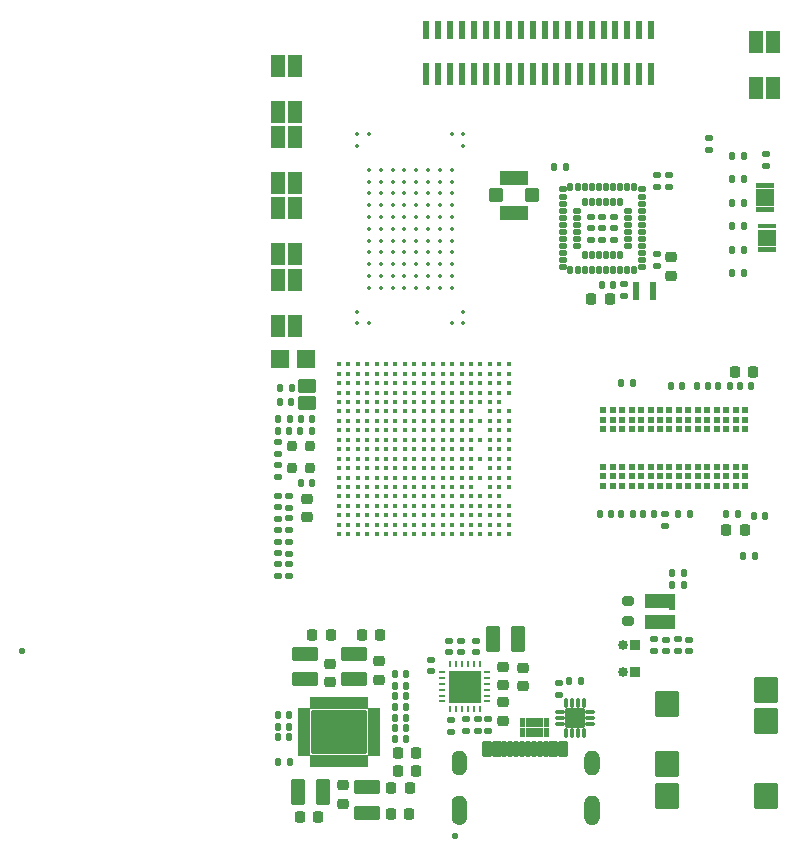
<source format=gbr>
%TF.GenerationSoftware,KiCad,Pcbnew,9.0.1*%
%TF.CreationDate,2025-07-01T18:44:37-06:00*%
%TF.ProjectId,MPU_MOD,4d50555f-4d4f-4442-9e6b-696361645f70,rev?*%
%TF.SameCoordinates,Original*%
%TF.FileFunction,Soldermask,Top*%
%TF.FilePolarity,Negative*%
%FSLAX46Y46*%
G04 Gerber Fmt 4.6, Leading zero omitted, Abs format (unit mm)*
G04 Created by KiCad (PCBNEW 9.0.1) date 2025-07-01 18:44:37*
%MOMM*%
%LPD*%
G01*
G04 APERTURE LIST*
G04 Aperture macros list*
%AMRoundRect*
0 Rectangle with rounded corners*
0 $1 Rounding radius*
0 $2 $3 $4 $5 $6 $7 $8 $9 X,Y pos of 4 corners*
0 Add a 4 corners polygon primitive as box body*
4,1,4,$2,$3,$4,$5,$6,$7,$8,$9,$2,$3,0*
0 Add four circle primitives for the rounded corners*
1,1,$1+$1,$2,$3*
1,1,$1+$1,$4,$5*
1,1,$1+$1,$6,$7*
1,1,$1+$1,$8,$9*
0 Add four rect primitives between the rounded corners*
20,1,$1+$1,$2,$3,$4,$5,0*
20,1,$1+$1,$4,$5,$6,$7,0*
20,1,$1+$1,$6,$7,$8,$9,0*
20,1,$1+$1,$8,$9,$2,$3,0*%
G04 Aperture macros list end*
%ADD10C,0.010000*%
%ADD11RoundRect,0.140000X0.140000X0.170000X-0.140000X0.170000X-0.140000X-0.170000X0.140000X-0.170000X0*%
%ADD12RoundRect,0.102000X-0.625000X0.500000X-0.625000X-0.500000X0.625000X-0.500000X0.625000X0.500000X0*%
%ADD13C,0.420000*%
%ADD14RoundRect,0.140000X0.170000X-0.140000X0.170000X0.140000X-0.170000X0.140000X-0.170000X-0.140000X0*%
%ADD15RoundRect,0.135000X0.135000X0.185000X-0.135000X0.185000X-0.135000X-0.185000X0.135000X-0.185000X0*%
%ADD16RoundRect,0.102000X-0.525000X0.825000X-0.525000X-0.825000X0.525000X-0.825000X0.525000X0.825000X0*%
%ADD17C,1.104000*%
%ADD18RoundRect,0.225000X0.225000X0.250000X-0.225000X0.250000X-0.225000X-0.250000X0.225000X-0.250000X0*%
%ADD19RoundRect,0.225000X-0.250000X0.225000X-0.250000X-0.225000X0.250000X-0.225000X0.250000X0.225000X0*%
%ADD20RoundRect,0.102000X-0.300000X-0.550000X0.300000X-0.550000X0.300000X0.550000X-0.300000X0.550000X0*%
%ADD21RoundRect,0.102000X-0.150000X-0.550000X0.150000X-0.550000X0.150000X0.550000X-0.150000X0.550000X0*%
%ADD22RoundRect,0.140000X-0.170000X0.140000X-0.170000X-0.140000X0.170000X-0.140000X0.170000X0.140000X0*%
%ADD23RoundRect,0.147500X-0.172500X0.147500X-0.172500X-0.147500X0.172500X-0.147500X0.172500X0.147500X0*%
%ADD24RoundRect,0.135000X-0.135000X-0.185000X0.135000X-0.185000X0.135000X0.185000X-0.135000X0.185000X0*%
%ADD25RoundRect,0.140000X-0.140000X-0.170000X0.140000X-0.170000X0.140000X0.170000X-0.140000X0.170000X0*%
%ADD26RoundRect,0.135000X-0.185000X0.135000X-0.185000X-0.135000X0.185000X-0.135000X0.185000X0.135000X0*%
%ADD27RoundRect,0.125000X-0.125000X-0.125000X0.125000X-0.125000X0.125000X0.125000X-0.125000X0.125000X0*%
%ADD28RoundRect,0.250000X0.850000X-0.375000X0.850000X0.375000X-0.850000X0.375000X-0.850000X-0.375000X0*%
%ADD29RoundRect,0.102000X-0.875000X-1.000000X0.875000X-1.000000X0.875000X1.000000X-0.875000X1.000000X0*%
%ADD30RoundRect,0.054250X0.162750X-0.467750X0.162750X0.467750X-0.162750X0.467750X-0.162750X-0.467750X0*%
%ADD31RoundRect,0.054250X0.467750X-0.162750X0.467750X0.162750X-0.467750X0.162750X-0.467750X-0.162750X0*%
%ADD32RoundRect,0.102000X2.250000X-1.750000X2.250000X1.750000X-2.250000X1.750000X-2.250000X-1.750000X0*%
%ADD33RoundRect,0.102000X0.302400X0.089300X-0.302400X0.089300X-0.302400X-0.089300X0.302400X-0.089300X0*%
%ADD34RoundRect,0.102000X0.089300X0.302400X-0.089300X0.302400X-0.089300X-0.302400X0.089300X-0.302400X0*%
%ADD35RoundRect,0.102000X0.723900X0.723900X-0.723900X0.723900X-0.723900X-0.723900X0.723900X-0.723900X0*%
%ADD36RoundRect,0.250000X-0.850000X0.375000X-0.850000X-0.375000X0.850000X-0.375000X0.850000X0.375000X0*%
%ADD37RoundRect,0.225000X-0.225000X-0.250000X0.225000X-0.250000X0.225000X0.250000X-0.225000X0.250000X0*%
%ADD38R,0.850000X0.850000*%
%ADD39C,0.850000*%
%ADD40RoundRect,0.076200X0.500000X-0.500000X0.500000X0.500000X-0.500000X0.500000X-0.500000X-0.500000X0*%
%ADD41RoundRect,0.076200X1.100000X-0.525000X1.100000X0.525000X-1.100000X0.525000X-1.100000X-0.525000X0*%
%ADD42RoundRect,0.225000X0.250000X-0.225000X0.250000X0.225000X-0.250000X0.225000X-0.250000X-0.225000X0*%
%ADD43RoundRect,0.250000X0.375000X0.850000X-0.375000X0.850000X-0.375000X-0.850000X0.375000X-0.850000X0*%
%ADD44R,0.600000X1.850000*%
%ADD45R,0.600000X1.650000*%
%ADD46RoundRect,0.135000X0.185000X-0.135000X0.185000X0.135000X-0.185000X0.135000X-0.185000X-0.135000X0*%
%ADD47RoundRect,0.102000X-0.700000X-0.700000X0.700000X-0.700000X0.700000X0.700000X-0.700000X0.700000X0*%
%ADD48RoundRect,0.125000X-0.125000X0.125000X-0.125000X-0.125000X0.125000X-0.125000X0.125000X0.125000X0*%
%ADD49RoundRect,0.250000X-0.375000X-0.850000X0.375000X-0.850000X0.375000X0.850000X-0.375000X0.850000X0*%
%ADD50RoundRect,0.102000X0.525000X-0.825000X0.525000X0.825000X-0.525000X0.825000X-0.525000X-0.825000X0*%
%ADD51RoundRect,0.137500X0.137500X0.662500X-0.137500X0.662500X-0.137500X-0.662500X0.137500X-0.662500X0*%
%ADD52RoundRect,0.102000X0.225000X-0.150000X0.225000X0.150000X-0.225000X0.150000X-0.225000X-0.150000X0*%
%ADD53RoundRect,0.102000X0.150000X-0.225000X0.150000X0.225000X-0.150000X0.225000X-0.150000X-0.225000X0*%
%ADD54RoundRect,0.218750X0.256250X-0.218750X0.256250X0.218750X-0.256250X0.218750X-0.256250X-0.218750X0*%
%ADD55RoundRect,0.200000X-0.200000X-0.250000X0.200000X-0.250000X0.200000X0.250000X-0.200000X0.250000X0*%
%ADD56RoundRect,0.147500X0.172500X-0.147500X0.172500X0.147500X-0.172500X0.147500X-0.172500X-0.147500X0*%
%ADD57C,0.620000*%
%ADD58RoundRect,0.200000X0.275000X-0.200000X0.275000X0.200000X-0.275000X0.200000X-0.275000X-0.200000X0*%
%ADD59RoundRect,0.016240X-0.215760X0.665760X-0.215760X-0.665760X0.215760X-0.665760X0.215760X0.665760X0*%
%ADD60RoundRect,0.016240X-0.215760X0.590760X-0.215760X-0.590760X0.215760X-0.590760X0.215760X0.590760X0*%
%ADD61O,0.599999X0.240000*%
%ADD62O,0.240000X0.599999*%
%ADD63R,2.700000X2.700000*%
%ADD64C,0.499999*%
%ADD65C,0.355600*%
G04 APERTURE END LIST*
D10*
%TO.C,J3*%
X84661000Y-94401000D02*
X84693000Y-94403000D01*
X84724000Y-94407000D01*
X84755000Y-94413000D01*
X84785000Y-94420000D01*
X84815000Y-94429000D01*
X84845000Y-94440000D01*
X84874000Y-94452000D01*
X84902000Y-94465000D01*
X84930000Y-94480000D01*
X84957000Y-94497000D01*
X84983000Y-94515000D01*
X85008000Y-94534000D01*
X85031000Y-94554000D01*
X85054000Y-94576000D01*
X85076000Y-94599000D01*
X85096000Y-94622000D01*
X85115000Y-94647000D01*
X85133000Y-94673000D01*
X85150000Y-94700000D01*
X85165000Y-94728000D01*
X85178000Y-94756000D01*
X85190000Y-94785000D01*
X85201000Y-94815000D01*
X85210000Y-94845000D01*
X85217000Y-94875000D01*
X85223000Y-94906000D01*
X85227000Y-94937000D01*
X85229000Y-94969000D01*
X85230000Y-95000000D01*
X85230000Y-95800000D01*
X85229000Y-95831000D01*
X85227000Y-95863000D01*
X85223000Y-95894000D01*
X85217000Y-95925000D01*
X85210000Y-95955000D01*
X85201000Y-95985000D01*
X85190000Y-96015000D01*
X85178000Y-96044000D01*
X85165000Y-96072000D01*
X85150000Y-96100000D01*
X85133000Y-96127000D01*
X85115000Y-96153000D01*
X85096000Y-96178000D01*
X85076000Y-96201000D01*
X85054000Y-96224000D01*
X85031000Y-96246000D01*
X85008000Y-96266000D01*
X84983000Y-96285000D01*
X84957000Y-96303000D01*
X84930000Y-96320000D01*
X84902000Y-96335000D01*
X84874000Y-96348000D01*
X84845000Y-96360000D01*
X84815000Y-96371000D01*
X84785000Y-96380000D01*
X84755000Y-96387000D01*
X84724000Y-96393000D01*
X84693000Y-96397000D01*
X84661000Y-96399000D01*
X84630000Y-96400000D01*
X84599000Y-96399000D01*
X84567000Y-96397000D01*
X84536000Y-96393000D01*
X84505000Y-96387000D01*
X84475000Y-96380000D01*
X84445000Y-96371000D01*
X84415000Y-96360000D01*
X84386000Y-96348000D01*
X84358000Y-96335000D01*
X84330000Y-96320000D01*
X84303000Y-96303000D01*
X84277000Y-96285000D01*
X84252000Y-96266000D01*
X84229000Y-96246000D01*
X84206000Y-96224000D01*
X84184000Y-96201000D01*
X84164000Y-96178000D01*
X84145000Y-96153000D01*
X84127000Y-96127000D01*
X84110000Y-96100000D01*
X84095000Y-96072000D01*
X84082000Y-96044000D01*
X84070000Y-96015000D01*
X84059000Y-95985000D01*
X84050000Y-95955000D01*
X84043000Y-95925000D01*
X84037000Y-95894000D01*
X84033000Y-95863000D01*
X84031000Y-95831000D01*
X84030000Y-95800000D01*
X84030000Y-95000000D01*
X84031000Y-94969000D01*
X84033000Y-94937000D01*
X84037000Y-94906000D01*
X84043000Y-94875000D01*
X84050000Y-94845000D01*
X84059000Y-94815000D01*
X84070000Y-94785000D01*
X84082000Y-94756000D01*
X84095000Y-94728000D01*
X84110000Y-94700000D01*
X84127000Y-94673000D01*
X84145000Y-94647000D01*
X84164000Y-94622000D01*
X84184000Y-94599000D01*
X84206000Y-94576000D01*
X84229000Y-94554000D01*
X84252000Y-94534000D01*
X84277000Y-94515000D01*
X84303000Y-94497000D01*
X84330000Y-94480000D01*
X84358000Y-94465000D01*
X84386000Y-94452000D01*
X84415000Y-94440000D01*
X84445000Y-94429000D01*
X84475000Y-94420000D01*
X84505000Y-94413000D01*
X84536000Y-94407000D01*
X84567000Y-94403000D01*
X84599000Y-94401000D01*
X84630000Y-94400000D01*
X84661000Y-94401000D01*
G36*
X84661000Y-94401000D02*
G01*
X84693000Y-94403000D01*
X84724000Y-94407000D01*
X84755000Y-94413000D01*
X84785000Y-94420000D01*
X84815000Y-94429000D01*
X84845000Y-94440000D01*
X84874000Y-94452000D01*
X84902000Y-94465000D01*
X84930000Y-94480000D01*
X84957000Y-94497000D01*
X84983000Y-94515000D01*
X85008000Y-94534000D01*
X85031000Y-94554000D01*
X85054000Y-94576000D01*
X85076000Y-94599000D01*
X85096000Y-94622000D01*
X85115000Y-94647000D01*
X85133000Y-94673000D01*
X85150000Y-94700000D01*
X85165000Y-94728000D01*
X85178000Y-94756000D01*
X85190000Y-94785000D01*
X85201000Y-94815000D01*
X85210000Y-94845000D01*
X85217000Y-94875000D01*
X85223000Y-94906000D01*
X85227000Y-94937000D01*
X85229000Y-94969000D01*
X85230000Y-95000000D01*
X85230000Y-95800000D01*
X85229000Y-95831000D01*
X85227000Y-95863000D01*
X85223000Y-95894000D01*
X85217000Y-95925000D01*
X85210000Y-95955000D01*
X85201000Y-95985000D01*
X85190000Y-96015000D01*
X85178000Y-96044000D01*
X85165000Y-96072000D01*
X85150000Y-96100000D01*
X85133000Y-96127000D01*
X85115000Y-96153000D01*
X85096000Y-96178000D01*
X85076000Y-96201000D01*
X85054000Y-96224000D01*
X85031000Y-96246000D01*
X85008000Y-96266000D01*
X84983000Y-96285000D01*
X84957000Y-96303000D01*
X84930000Y-96320000D01*
X84902000Y-96335000D01*
X84874000Y-96348000D01*
X84845000Y-96360000D01*
X84815000Y-96371000D01*
X84785000Y-96380000D01*
X84755000Y-96387000D01*
X84724000Y-96393000D01*
X84693000Y-96397000D01*
X84661000Y-96399000D01*
X84630000Y-96400000D01*
X84599000Y-96399000D01*
X84567000Y-96397000D01*
X84536000Y-96393000D01*
X84505000Y-96387000D01*
X84475000Y-96380000D01*
X84445000Y-96371000D01*
X84415000Y-96360000D01*
X84386000Y-96348000D01*
X84358000Y-96335000D01*
X84330000Y-96320000D01*
X84303000Y-96303000D01*
X84277000Y-96285000D01*
X84252000Y-96266000D01*
X84229000Y-96246000D01*
X84206000Y-96224000D01*
X84184000Y-96201000D01*
X84164000Y-96178000D01*
X84145000Y-96153000D01*
X84127000Y-96127000D01*
X84110000Y-96100000D01*
X84095000Y-96072000D01*
X84082000Y-96044000D01*
X84070000Y-96015000D01*
X84059000Y-95985000D01*
X84050000Y-95955000D01*
X84043000Y-95925000D01*
X84037000Y-95894000D01*
X84033000Y-95863000D01*
X84031000Y-95831000D01*
X84030000Y-95800000D01*
X84030000Y-95000000D01*
X84031000Y-94969000D01*
X84033000Y-94937000D01*
X84037000Y-94906000D01*
X84043000Y-94875000D01*
X84050000Y-94845000D01*
X84059000Y-94815000D01*
X84070000Y-94785000D01*
X84082000Y-94756000D01*
X84095000Y-94728000D01*
X84110000Y-94700000D01*
X84127000Y-94673000D01*
X84145000Y-94647000D01*
X84164000Y-94622000D01*
X84184000Y-94599000D01*
X84206000Y-94576000D01*
X84229000Y-94554000D01*
X84252000Y-94534000D01*
X84277000Y-94515000D01*
X84303000Y-94497000D01*
X84330000Y-94480000D01*
X84358000Y-94465000D01*
X84386000Y-94452000D01*
X84415000Y-94440000D01*
X84445000Y-94429000D01*
X84475000Y-94420000D01*
X84505000Y-94413000D01*
X84536000Y-94407000D01*
X84567000Y-94403000D01*
X84599000Y-94401000D01*
X84630000Y-94400000D01*
X84661000Y-94401000D01*
G37*
X84661000Y-98201000D02*
X84693000Y-98203000D01*
X84724000Y-98207000D01*
X84755000Y-98213000D01*
X84785000Y-98220000D01*
X84815000Y-98229000D01*
X84845000Y-98240000D01*
X84874000Y-98252000D01*
X84902000Y-98265000D01*
X84930000Y-98280000D01*
X84957000Y-98297000D01*
X84983000Y-98315000D01*
X85008000Y-98334000D01*
X85031000Y-98354000D01*
X85054000Y-98376000D01*
X85076000Y-98399000D01*
X85096000Y-98422000D01*
X85115000Y-98447000D01*
X85133000Y-98473000D01*
X85150000Y-98500000D01*
X85165000Y-98528000D01*
X85178000Y-98556000D01*
X85190000Y-98585000D01*
X85201000Y-98615000D01*
X85210000Y-98645000D01*
X85217000Y-98675000D01*
X85223000Y-98706000D01*
X85227000Y-98737000D01*
X85229000Y-98769000D01*
X85230000Y-98800000D01*
X85230000Y-100000000D01*
X85229000Y-100031000D01*
X85227000Y-100063000D01*
X85223000Y-100094000D01*
X85217000Y-100125000D01*
X85210000Y-100155000D01*
X85201000Y-100185000D01*
X85190000Y-100215000D01*
X85178000Y-100244000D01*
X85165000Y-100272000D01*
X85150000Y-100300000D01*
X85133000Y-100327000D01*
X85115000Y-100353000D01*
X85096000Y-100378000D01*
X85076000Y-100401000D01*
X85054000Y-100424000D01*
X85031000Y-100446000D01*
X85008000Y-100466000D01*
X84983000Y-100485000D01*
X84957000Y-100503000D01*
X84930000Y-100520000D01*
X84902000Y-100535000D01*
X84874000Y-100548000D01*
X84845000Y-100560000D01*
X84815000Y-100571000D01*
X84785000Y-100580000D01*
X84755000Y-100587000D01*
X84724000Y-100593000D01*
X84693000Y-100597000D01*
X84661000Y-100599000D01*
X84630000Y-100600000D01*
X84599000Y-100599000D01*
X84567000Y-100597000D01*
X84536000Y-100593000D01*
X84505000Y-100587000D01*
X84475000Y-100580000D01*
X84445000Y-100571000D01*
X84415000Y-100560000D01*
X84386000Y-100548000D01*
X84358000Y-100535000D01*
X84330000Y-100520000D01*
X84303000Y-100503000D01*
X84277000Y-100485000D01*
X84252000Y-100466000D01*
X84229000Y-100446000D01*
X84206000Y-100424000D01*
X84184000Y-100401000D01*
X84164000Y-100378000D01*
X84145000Y-100353000D01*
X84127000Y-100327000D01*
X84110000Y-100300000D01*
X84095000Y-100272000D01*
X84082000Y-100244000D01*
X84070000Y-100215000D01*
X84059000Y-100185000D01*
X84050000Y-100155000D01*
X84043000Y-100125000D01*
X84037000Y-100094000D01*
X84033000Y-100063000D01*
X84031000Y-100031000D01*
X84030000Y-100000000D01*
X84030000Y-98800000D01*
X84031000Y-98769000D01*
X84033000Y-98737000D01*
X84037000Y-98706000D01*
X84043000Y-98675000D01*
X84050000Y-98645000D01*
X84059000Y-98615000D01*
X84070000Y-98585000D01*
X84082000Y-98556000D01*
X84095000Y-98528000D01*
X84110000Y-98500000D01*
X84127000Y-98473000D01*
X84145000Y-98447000D01*
X84164000Y-98422000D01*
X84184000Y-98399000D01*
X84206000Y-98376000D01*
X84229000Y-98354000D01*
X84252000Y-98334000D01*
X84277000Y-98315000D01*
X84303000Y-98297000D01*
X84330000Y-98280000D01*
X84358000Y-98265000D01*
X84386000Y-98252000D01*
X84415000Y-98240000D01*
X84445000Y-98229000D01*
X84475000Y-98220000D01*
X84505000Y-98213000D01*
X84536000Y-98207000D01*
X84567000Y-98203000D01*
X84599000Y-98201000D01*
X84630000Y-98200000D01*
X84661000Y-98201000D01*
G36*
X84661000Y-98201000D02*
G01*
X84693000Y-98203000D01*
X84724000Y-98207000D01*
X84755000Y-98213000D01*
X84785000Y-98220000D01*
X84815000Y-98229000D01*
X84845000Y-98240000D01*
X84874000Y-98252000D01*
X84902000Y-98265000D01*
X84930000Y-98280000D01*
X84957000Y-98297000D01*
X84983000Y-98315000D01*
X85008000Y-98334000D01*
X85031000Y-98354000D01*
X85054000Y-98376000D01*
X85076000Y-98399000D01*
X85096000Y-98422000D01*
X85115000Y-98447000D01*
X85133000Y-98473000D01*
X85150000Y-98500000D01*
X85165000Y-98528000D01*
X85178000Y-98556000D01*
X85190000Y-98585000D01*
X85201000Y-98615000D01*
X85210000Y-98645000D01*
X85217000Y-98675000D01*
X85223000Y-98706000D01*
X85227000Y-98737000D01*
X85229000Y-98769000D01*
X85230000Y-98800000D01*
X85230000Y-100000000D01*
X85229000Y-100031000D01*
X85227000Y-100063000D01*
X85223000Y-100094000D01*
X85217000Y-100125000D01*
X85210000Y-100155000D01*
X85201000Y-100185000D01*
X85190000Y-100215000D01*
X85178000Y-100244000D01*
X85165000Y-100272000D01*
X85150000Y-100300000D01*
X85133000Y-100327000D01*
X85115000Y-100353000D01*
X85096000Y-100378000D01*
X85076000Y-100401000D01*
X85054000Y-100424000D01*
X85031000Y-100446000D01*
X85008000Y-100466000D01*
X84983000Y-100485000D01*
X84957000Y-100503000D01*
X84930000Y-100520000D01*
X84902000Y-100535000D01*
X84874000Y-100548000D01*
X84845000Y-100560000D01*
X84815000Y-100571000D01*
X84785000Y-100580000D01*
X84755000Y-100587000D01*
X84724000Y-100593000D01*
X84693000Y-100597000D01*
X84661000Y-100599000D01*
X84630000Y-100600000D01*
X84599000Y-100599000D01*
X84567000Y-100597000D01*
X84536000Y-100593000D01*
X84505000Y-100587000D01*
X84475000Y-100580000D01*
X84445000Y-100571000D01*
X84415000Y-100560000D01*
X84386000Y-100548000D01*
X84358000Y-100535000D01*
X84330000Y-100520000D01*
X84303000Y-100503000D01*
X84277000Y-100485000D01*
X84252000Y-100466000D01*
X84229000Y-100446000D01*
X84206000Y-100424000D01*
X84184000Y-100401000D01*
X84164000Y-100378000D01*
X84145000Y-100353000D01*
X84127000Y-100327000D01*
X84110000Y-100300000D01*
X84095000Y-100272000D01*
X84082000Y-100244000D01*
X84070000Y-100215000D01*
X84059000Y-100185000D01*
X84050000Y-100155000D01*
X84043000Y-100125000D01*
X84037000Y-100094000D01*
X84033000Y-100063000D01*
X84031000Y-100031000D01*
X84030000Y-100000000D01*
X84030000Y-98800000D01*
X84031000Y-98769000D01*
X84033000Y-98737000D01*
X84037000Y-98706000D01*
X84043000Y-98675000D01*
X84050000Y-98645000D01*
X84059000Y-98615000D01*
X84070000Y-98585000D01*
X84082000Y-98556000D01*
X84095000Y-98528000D01*
X84110000Y-98500000D01*
X84127000Y-98473000D01*
X84145000Y-98447000D01*
X84164000Y-98422000D01*
X84184000Y-98399000D01*
X84206000Y-98376000D01*
X84229000Y-98354000D01*
X84252000Y-98334000D01*
X84277000Y-98315000D01*
X84303000Y-98297000D01*
X84330000Y-98280000D01*
X84358000Y-98265000D01*
X84386000Y-98252000D01*
X84415000Y-98240000D01*
X84445000Y-98229000D01*
X84475000Y-98220000D01*
X84505000Y-98213000D01*
X84536000Y-98207000D01*
X84567000Y-98203000D01*
X84599000Y-98201000D01*
X84630000Y-98200000D01*
X84661000Y-98201000D01*
G37*
X95901000Y-94401000D02*
X95933000Y-94403000D01*
X95964000Y-94407000D01*
X95995000Y-94413000D01*
X96025000Y-94420000D01*
X96055000Y-94429000D01*
X96085000Y-94440000D01*
X96114000Y-94452000D01*
X96142000Y-94465000D01*
X96170000Y-94480000D01*
X96197000Y-94497000D01*
X96223000Y-94515000D01*
X96248000Y-94534000D01*
X96271000Y-94554000D01*
X96294000Y-94576000D01*
X96316000Y-94599000D01*
X96336000Y-94622000D01*
X96355000Y-94647000D01*
X96373000Y-94673000D01*
X96390000Y-94700000D01*
X96405000Y-94728000D01*
X96418000Y-94756000D01*
X96430000Y-94785000D01*
X96441000Y-94815000D01*
X96450000Y-94845000D01*
X96457000Y-94875000D01*
X96463000Y-94906000D01*
X96467000Y-94937000D01*
X96469000Y-94969000D01*
X96470000Y-95000000D01*
X96470000Y-95800000D01*
X96469000Y-95831000D01*
X96467000Y-95863000D01*
X96463000Y-95894000D01*
X96457000Y-95925000D01*
X96450000Y-95955000D01*
X96441000Y-95985000D01*
X96430000Y-96015000D01*
X96418000Y-96044000D01*
X96405000Y-96072000D01*
X96390000Y-96100000D01*
X96373000Y-96127000D01*
X96355000Y-96153000D01*
X96336000Y-96178000D01*
X96316000Y-96201000D01*
X96294000Y-96224000D01*
X96271000Y-96246000D01*
X96248000Y-96266000D01*
X96223000Y-96285000D01*
X96197000Y-96303000D01*
X96170000Y-96320000D01*
X96142000Y-96335000D01*
X96114000Y-96348000D01*
X96085000Y-96360000D01*
X96055000Y-96371000D01*
X96025000Y-96380000D01*
X95995000Y-96387000D01*
X95964000Y-96393000D01*
X95933000Y-96397000D01*
X95901000Y-96399000D01*
X95870000Y-96400000D01*
X95839000Y-96399000D01*
X95807000Y-96397000D01*
X95776000Y-96393000D01*
X95745000Y-96387000D01*
X95715000Y-96380000D01*
X95685000Y-96371000D01*
X95655000Y-96360000D01*
X95626000Y-96348000D01*
X95598000Y-96335000D01*
X95570000Y-96320000D01*
X95543000Y-96303000D01*
X95517000Y-96285000D01*
X95492000Y-96266000D01*
X95469000Y-96246000D01*
X95446000Y-96224000D01*
X95424000Y-96201000D01*
X95404000Y-96178000D01*
X95385000Y-96153000D01*
X95367000Y-96127000D01*
X95350000Y-96100000D01*
X95335000Y-96072000D01*
X95322000Y-96044000D01*
X95310000Y-96015000D01*
X95299000Y-95985000D01*
X95290000Y-95955000D01*
X95283000Y-95925000D01*
X95277000Y-95894000D01*
X95273000Y-95863000D01*
X95271000Y-95831000D01*
X95270000Y-95800000D01*
X95270000Y-95000000D01*
X95271000Y-94969000D01*
X95273000Y-94937000D01*
X95277000Y-94906000D01*
X95283000Y-94875000D01*
X95290000Y-94845000D01*
X95299000Y-94815000D01*
X95310000Y-94785000D01*
X95322000Y-94756000D01*
X95335000Y-94728000D01*
X95350000Y-94700000D01*
X95367000Y-94673000D01*
X95385000Y-94647000D01*
X95404000Y-94622000D01*
X95424000Y-94599000D01*
X95446000Y-94576000D01*
X95469000Y-94554000D01*
X95492000Y-94534000D01*
X95517000Y-94515000D01*
X95543000Y-94497000D01*
X95570000Y-94480000D01*
X95598000Y-94465000D01*
X95626000Y-94452000D01*
X95655000Y-94440000D01*
X95685000Y-94429000D01*
X95715000Y-94420000D01*
X95745000Y-94413000D01*
X95776000Y-94407000D01*
X95807000Y-94403000D01*
X95839000Y-94401000D01*
X95870000Y-94400000D01*
X95901000Y-94401000D01*
G36*
X95901000Y-94401000D02*
G01*
X95933000Y-94403000D01*
X95964000Y-94407000D01*
X95995000Y-94413000D01*
X96025000Y-94420000D01*
X96055000Y-94429000D01*
X96085000Y-94440000D01*
X96114000Y-94452000D01*
X96142000Y-94465000D01*
X96170000Y-94480000D01*
X96197000Y-94497000D01*
X96223000Y-94515000D01*
X96248000Y-94534000D01*
X96271000Y-94554000D01*
X96294000Y-94576000D01*
X96316000Y-94599000D01*
X96336000Y-94622000D01*
X96355000Y-94647000D01*
X96373000Y-94673000D01*
X96390000Y-94700000D01*
X96405000Y-94728000D01*
X96418000Y-94756000D01*
X96430000Y-94785000D01*
X96441000Y-94815000D01*
X96450000Y-94845000D01*
X96457000Y-94875000D01*
X96463000Y-94906000D01*
X96467000Y-94937000D01*
X96469000Y-94969000D01*
X96470000Y-95000000D01*
X96470000Y-95800000D01*
X96469000Y-95831000D01*
X96467000Y-95863000D01*
X96463000Y-95894000D01*
X96457000Y-95925000D01*
X96450000Y-95955000D01*
X96441000Y-95985000D01*
X96430000Y-96015000D01*
X96418000Y-96044000D01*
X96405000Y-96072000D01*
X96390000Y-96100000D01*
X96373000Y-96127000D01*
X96355000Y-96153000D01*
X96336000Y-96178000D01*
X96316000Y-96201000D01*
X96294000Y-96224000D01*
X96271000Y-96246000D01*
X96248000Y-96266000D01*
X96223000Y-96285000D01*
X96197000Y-96303000D01*
X96170000Y-96320000D01*
X96142000Y-96335000D01*
X96114000Y-96348000D01*
X96085000Y-96360000D01*
X96055000Y-96371000D01*
X96025000Y-96380000D01*
X95995000Y-96387000D01*
X95964000Y-96393000D01*
X95933000Y-96397000D01*
X95901000Y-96399000D01*
X95870000Y-96400000D01*
X95839000Y-96399000D01*
X95807000Y-96397000D01*
X95776000Y-96393000D01*
X95745000Y-96387000D01*
X95715000Y-96380000D01*
X95685000Y-96371000D01*
X95655000Y-96360000D01*
X95626000Y-96348000D01*
X95598000Y-96335000D01*
X95570000Y-96320000D01*
X95543000Y-96303000D01*
X95517000Y-96285000D01*
X95492000Y-96266000D01*
X95469000Y-96246000D01*
X95446000Y-96224000D01*
X95424000Y-96201000D01*
X95404000Y-96178000D01*
X95385000Y-96153000D01*
X95367000Y-96127000D01*
X95350000Y-96100000D01*
X95335000Y-96072000D01*
X95322000Y-96044000D01*
X95310000Y-96015000D01*
X95299000Y-95985000D01*
X95290000Y-95955000D01*
X95283000Y-95925000D01*
X95277000Y-95894000D01*
X95273000Y-95863000D01*
X95271000Y-95831000D01*
X95270000Y-95800000D01*
X95270000Y-95000000D01*
X95271000Y-94969000D01*
X95273000Y-94937000D01*
X95277000Y-94906000D01*
X95283000Y-94875000D01*
X95290000Y-94845000D01*
X95299000Y-94815000D01*
X95310000Y-94785000D01*
X95322000Y-94756000D01*
X95335000Y-94728000D01*
X95350000Y-94700000D01*
X95367000Y-94673000D01*
X95385000Y-94647000D01*
X95404000Y-94622000D01*
X95424000Y-94599000D01*
X95446000Y-94576000D01*
X95469000Y-94554000D01*
X95492000Y-94534000D01*
X95517000Y-94515000D01*
X95543000Y-94497000D01*
X95570000Y-94480000D01*
X95598000Y-94465000D01*
X95626000Y-94452000D01*
X95655000Y-94440000D01*
X95685000Y-94429000D01*
X95715000Y-94420000D01*
X95745000Y-94413000D01*
X95776000Y-94407000D01*
X95807000Y-94403000D01*
X95839000Y-94401000D01*
X95870000Y-94400000D01*
X95901000Y-94401000D01*
G37*
X95901000Y-98201000D02*
X95933000Y-98203000D01*
X95964000Y-98207000D01*
X95995000Y-98213000D01*
X96025000Y-98220000D01*
X96055000Y-98229000D01*
X96085000Y-98240000D01*
X96114000Y-98252000D01*
X96142000Y-98265000D01*
X96170000Y-98280000D01*
X96197000Y-98297000D01*
X96223000Y-98315000D01*
X96248000Y-98334000D01*
X96271000Y-98354000D01*
X96294000Y-98376000D01*
X96316000Y-98399000D01*
X96336000Y-98422000D01*
X96355000Y-98447000D01*
X96373000Y-98473000D01*
X96390000Y-98500000D01*
X96405000Y-98528000D01*
X96418000Y-98556000D01*
X96430000Y-98585000D01*
X96441000Y-98615000D01*
X96450000Y-98645000D01*
X96457000Y-98675000D01*
X96463000Y-98706000D01*
X96467000Y-98737000D01*
X96469000Y-98769000D01*
X96470000Y-98800000D01*
X96470000Y-99400000D01*
X96470000Y-100000000D01*
X96469000Y-100031000D01*
X96467000Y-100063000D01*
X96463000Y-100094000D01*
X96457000Y-100125000D01*
X96450000Y-100155000D01*
X96441000Y-100185000D01*
X96430000Y-100215000D01*
X96418000Y-100244000D01*
X96405000Y-100272000D01*
X96390000Y-100300000D01*
X96373000Y-100327000D01*
X96355000Y-100353000D01*
X96336000Y-100378000D01*
X96316000Y-100401000D01*
X96294000Y-100424000D01*
X96271000Y-100446000D01*
X96248000Y-100466000D01*
X96223000Y-100485000D01*
X96197000Y-100503000D01*
X96170000Y-100520000D01*
X96142000Y-100535000D01*
X96114000Y-100548000D01*
X96085000Y-100560000D01*
X96055000Y-100571000D01*
X96025000Y-100580000D01*
X95995000Y-100587000D01*
X95964000Y-100593000D01*
X95933000Y-100597000D01*
X95901000Y-100599000D01*
X95870000Y-100600000D01*
X95839000Y-100599000D01*
X95807000Y-100597000D01*
X95776000Y-100593000D01*
X95745000Y-100587000D01*
X95715000Y-100580000D01*
X95685000Y-100571000D01*
X95655000Y-100560000D01*
X95626000Y-100548000D01*
X95598000Y-100535000D01*
X95570000Y-100520000D01*
X95543000Y-100503000D01*
X95517000Y-100485000D01*
X95492000Y-100466000D01*
X95469000Y-100446000D01*
X95446000Y-100424000D01*
X95424000Y-100401000D01*
X95404000Y-100378000D01*
X95385000Y-100353000D01*
X95367000Y-100327000D01*
X95350000Y-100300000D01*
X95335000Y-100272000D01*
X95322000Y-100244000D01*
X95310000Y-100215000D01*
X95299000Y-100185000D01*
X95290000Y-100155000D01*
X95283000Y-100125000D01*
X95277000Y-100094000D01*
X95273000Y-100063000D01*
X95271000Y-100031000D01*
X95270000Y-100000000D01*
X95270000Y-99400000D01*
X95270000Y-98800000D01*
X95271000Y-98769000D01*
X95273000Y-98737000D01*
X95277000Y-98706000D01*
X95283000Y-98675000D01*
X95290000Y-98645000D01*
X95299000Y-98615000D01*
X95310000Y-98585000D01*
X95322000Y-98556000D01*
X95335000Y-98528000D01*
X95350000Y-98500000D01*
X95367000Y-98473000D01*
X95385000Y-98447000D01*
X95404000Y-98422000D01*
X95424000Y-98399000D01*
X95446000Y-98376000D01*
X95469000Y-98354000D01*
X95492000Y-98334000D01*
X95517000Y-98315000D01*
X95543000Y-98297000D01*
X95570000Y-98280000D01*
X95598000Y-98265000D01*
X95626000Y-98252000D01*
X95655000Y-98240000D01*
X95685000Y-98229000D01*
X95715000Y-98220000D01*
X95745000Y-98213000D01*
X95776000Y-98207000D01*
X95807000Y-98203000D01*
X95839000Y-98201000D01*
X95870000Y-98200000D01*
X95901000Y-98201000D01*
G36*
X95901000Y-98201000D02*
G01*
X95933000Y-98203000D01*
X95964000Y-98207000D01*
X95995000Y-98213000D01*
X96025000Y-98220000D01*
X96055000Y-98229000D01*
X96085000Y-98240000D01*
X96114000Y-98252000D01*
X96142000Y-98265000D01*
X96170000Y-98280000D01*
X96197000Y-98297000D01*
X96223000Y-98315000D01*
X96248000Y-98334000D01*
X96271000Y-98354000D01*
X96294000Y-98376000D01*
X96316000Y-98399000D01*
X96336000Y-98422000D01*
X96355000Y-98447000D01*
X96373000Y-98473000D01*
X96390000Y-98500000D01*
X96405000Y-98528000D01*
X96418000Y-98556000D01*
X96430000Y-98585000D01*
X96441000Y-98615000D01*
X96450000Y-98645000D01*
X96457000Y-98675000D01*
X96463000Y-98706000D01*
X96467000Y-98737000D01*
X96469000Y-98769000D01*
X96470000Y-98800000D01*
X96470000Y-99400000D01*
X96470000Y-100000000D01*
X96469000Y-100031000D01*
X96467000Y-100063000D01*
X96463000Y-100094000D01*
X96457000Y-100125000D01*
X96450000Y-100155000D01*
X96441000Y-100185000D01*
X96430000Y-100215000D01*
X96418000Y-100244000D01*
X96405000Y-100272000D01*
X96390000Y-100300000D01*
X96373000Y-100327000D01*
X96355000Y-100353000D01*
X96336000Y-100378000D01*
X96316000Y-100401000D01*
X96294000Y-100424000D01*
X96271000Y-100446000D01*
X96248000Y-100466000D01*
X96223000Y-100485000D01*
X96197000Y-100503000D01*
X96170000Y-100520000D01*
X96142000Y-100535000D01*
X96114000Y-100548000D01*
X96085000Y-100560000D01*
X96055000Y-100571000D01*
X96025000Y-100580000D01*
X95995000Y-100587000D01*
X95964000Y-100593000D01*
X95933000Y-100597000D01*
X95901000Y-100599000D01*
X95870000Y-100600000D01*
X95839000Y-100599000D01*
X95807000Y-100597000D01*
X95776000Y-100593000D01*
X95745000Y-100587000D01*
X95715000Y-100580000D01*
X95685000Y-100571000D01*
X95655000Y-100560000D01*
X95626000Y-100548000D01*
X95598000Y-100535000D01*
X95570000Y-100520000D01*
X95543000Y-100503000D01*
X95517000Y-100485000D01*
X95492000Y-100466000D01*
X95469000Y-100446000D01*
X95446000Y-100424000D01*
X95424000Y-100401000D01*
X95404000Y-100378000D01*
X95385000Y-100353000D01*
X95367000Y-100327000D01*
X95350000Y-100300000D01*
X95335000Y-100272000D01*
X95322000Y-100244000D01*
X95310000Y-100215000D01*
X95299000Y-100185000D01*
X95290000Y-100155000D01*
X95283000Y-100125000D01*
X95277000Y-100094000D01*
X95273000Y-100063000D01*
X95271000Y-100031000D01*
X95270000Y-100000000D01*
X95270000Y-99400000D01*
X95270000Y-98800000D01*
X95271000Y-98769000D01*
X95273000Y-98737000D01*
X95277000Y-98706000D01*
X95283000Y-98675000D01*
X95290000Y-98645000D01*
X95299000Y-98615000D01*
X95310000Y-98585000D01*
X95322000Y-98556000D01*
X95335000Y-98528000D01*
X95350000Y-98500000D01*
X95367000Y-98473000D01*
X95385000Y-98447000D01*
X95404000Y-98422000D01*
X95424000Y-98399000D01*
X95446000Y-98376000D01*
X95469000Y-98354000D01*
X95492000Y-98334000D01*
X95517000Y-98315000D01*
X95543000Y-98297000D01*
X95570000Y-98280000D01*
X95598000Y-98265000D01*
X95626000Y-98252000D01*
X95655000Y-98240000D01*
X95685000Y-98229000D01*
X95715000Y-98220000D01*
X95745000Y-98213000D01*
X95776000Y-98207000D01*
X95807000Y-98203000D01*
X95839000Y-98201000D01*
X95870000Y-98200000D01*
X95901000Y-98201000D01*
G37*
%TO.C,U502*%
X110440000Y-46675900D02*
X109760000Y-46675900D01*
X109760000Y-46375900D01*
X110440000Y-46375900D01*
X110440000Y-46675900D01*
G36*
X110440000Y-46675900D02*
G01*
X109760000Y-46675900D01*
X109760000Y-46375900D01*
X110440000Y-46375900D01*
X110440000Y-46675900D01*
G37*
X110440000Y-47175900D02*
X109760000Y-47175900D01*
X109760000Y-46875900D01*
X110440000Y-46875900D01*
X110440000Y-47175900D01*
G36*
X110440000Y-47175900D02*
G01*
X109760000Y-47175900D01*
X109760000Y-46875900D01*
X110440000Y-46875900D01*
X110440000Y-47175900D01*
G37*
X110440000Y-47775900D02*
X109760000Y-47775900D01*
X109760000Y-47275900D01*
X110440000Y-47275900D01*
X110440000Y-47775900D01*
G36*
X110440000Y-47775900D02*
G01*
X109760000Y-47775900D01*
X109760000Y-47275900D01*
X110440000Y-47275900D01*
X110440000Y-47775900D01*
G37*
X110440000Y-48175900D02*
X109760000Y-48175900D01*
X109760000Y-47875900D01*
X110440000Y-47875900D01*
X110440000Y-48175900D01*
G36*
X110440000Y-48175900D02*
G01*
X109760000Y-48175900D01*
X109760000Y-47875900D01*
X110440000Y-47875900D01*
X110440000Y-48175900D01*
G37*
X110440000Y-48675900D02*
X109760000Y-48675900D01*
X109760000Y-48375900D01*
X110440000Y-48375900D01*
X110440000Y-48675900D01*
G36*
X110440000Y-48675900D02*
G01*
X109760000Y-48675900D01*
X109760000Y-48375900D01*
X110440000Y-48375900D01*
X110440000Y-48675900D01*
G37*
X111260000Y-46675900D02*
X110580000Y-46675900D01*
X110580000Y-46375900D01*
X111260000Y-46375900D01*
X111260000Y-46675900D01*
G36*
X111260000Y-46675900D02*
G01*
X110580000Y-46675900D01*
X110580000Y-46375900D01*
X111260000Y-46375900D01*
X111260000Y-46675900D01*
G37*
X111260000Y-47175900D02*
X110580000Y-47175900D01*
X110580000Y-46875900D01*
X111260000Y-46875900D01*
X111260000Y-47175900D01*
G36*
X111260000Y-47175900D02*
G01*
X110580000Y-47175900D01*
X110580000Y-46875900D01*
X111260000Y-46875900D01*
X111260000Y-47175900D01*
G37*
X111260000Y-47775900D02*
X110580000Y-47775900D01*
X110580000Y-47275900D01*
X111260000Y-47275900D01*
X111260000Y-47775900D01*
G36*
X111260000Y-47775900D02*
G01*
X110580000Y-47775900D01*
X110580000Y-47275900D01*
X111260000Y-47275900D01*
X111260000Y-47775900D01*
G37*
X111260000Y-48175900D02*
X110580000Y-48175900D01*
X110580000Y-47875900D01*
X111260000Y-47875900D01*
X111260000Y-48175900D01*
G36*
X111260000Y-48175900D02*
G01*
X110580000Y-48175900D01*
X110580000Y-47875900D01*
X111260000Y-47875900D01*
X111260000Y-48175900D01*
G37*
X111260000Y-48675900D02*
X110580000Y-48675900D01*
X110580000Y-48375900D01*
X111260000Y-48375900D01*
X111260000Y-48675900D01*
G36*
X111260000Y-48675900D02*
G01*
X110580000Y-48675900D01*
X110580000Y-48375900D01*
X111260000Y-48375900D01*
X111260000Y-48675900D01*
G37*
%TO.C,U503*%
X110623415Y-50075900D02*
X109943415Y-50075900D01*
X109943415Y-49775900D01*
X110623415Y-49775900D01*
X110623415Y-50075900D01*
G36*
X110623415Y-50075900D02*
G01*
X109943415Y-50075900D01*
X109943415Y-49775900D01*
X110623415Y-49775900D01*
X110623415Y-50075900D01*
G37*
X110623415Y-50575900D02*
X109943415Y-50575900D01*
X109943415Y-50275900D01*
X110623415Y-50275900D01*
X110623415Y-50575900D01*
G36*
X110623415Y-50575900D02*
G01*
X109943415Y-50575900D01*
X109943415Y-50275900D01*
X110623415Y-50275900D01*
X110623415Y-50575900D01*
G37*
X110623415Y-51175900D02*
X109943415Y-51175900D01*
X109943415Y-50675900D01*
X110623415Y-50675900D01*
X110623415Y-51175900D01*
G36*
X110623415Y-51175900D02*
G01*
X109943415Y-51175900D01*
X109943415Y-50675900D01*
X110623415Y-50675900D01*
X110623415Y-51175900D01*
G37*
X110623415Y-51575900D02*
X109943415Y-51575900D01*
X109943415Y-51275900D01*
X110623415Y-51275900D01*
X110623415Y-51575900D01*
G36*
X110623415Y-51575900D02*
G01*
X109943415Y-51575900D01*
X109943415Y-51275900D01*
X110623415Y-51275900D01*
X110623415Y-51575900D01*
G37*
X110623415Y-52075900D02*
X109943415Y-52075900D01*
X109943415Y-51775900D01*
X110623415Y-51775900D01*
X110623415Y-52075900D01*
G36*
X110623415Y-52075900D02*
G01*
X109943415Y-52075900D01*
X109943415Y-51775900D01*
X110623415Y-51775900D01*
X110623415Y-52075900D01*
G37*
X111443415Y-50075900D02*
X110763415Y-50075900D01*
X110763415Y-49775900D01*
X111443415Y-49775900D01*
X111443415Y-50075900D01*
G36*
X111443415Y-50075900D02*
G01*
X110763415Y-50075900D01*
X110763415Y-49775900D01*
X111443415Y-49775900D01*
X111443415Y-50075900D01*
G37*
X111443415Y-50575900D02*
X110763415Y-50575900D01*
X110763415Y-50275900D01*
X111443415Y-50275900D01*
X111443415Y-50575900D01*
G36*
X111443415Y-50575900D02*
G01*
X110763415Y-50575900D01*
X110763415Y-50275900D01*
X111443415Y-50275900D01*
X111443415Y-50575900D01*
G37*
X111443415Y-51175900D02*
X110763415Y-51175900D01*
X110763415Y-50675900D01*
X111443415Y-50675900D01*
X111443415Y-51175900D01*
G36*
X111443415Y-51175900D02*
G01*
X110763415Y-51175900D01*
X110763415Y-50675900D01*
X111443415Y-50675900D01*
X111443415Y-51175900D01*
G37*
X111443415Y-51575900D02*
X110763415Y-51575900D01*
X110763415Y-51275900D01*
X111443415Y-51275900D01*
X111443415Y-51575900D01*
G36*
X111443415Y-51575900D02*
G01*
X110763415Y-51575900D01*
X110763415Y-51275900D01*
X111443415Y-51275900D01*
X111443415Y-51575900D01*
G37*
X111443415Y-52075900D02*
X110763415Y-52075900D01*
X110763415Y-51775900D01*
X111443415Y-51775900D01*
X111443415Y-52075900D01*
G36*
X111443415Y-52075900D02*
G01*
X110763415Y-52075900D01*
X110763415Y-51775900D01*
X111443415Y-51775900D01*
X111443415Y-52075900D01*
G37*
%TO.C,U802*%
X90150000Y-92307500D02*
X89850000Y-92307500D01*
X89850000Y-91627500D01*
X90150000Y-91627500D01*
X90150000Y-92307500D01*
G36*
X90150000Y-92307500D02*
G01*
X89850000Y-92307500D01*
X89850000Y-91627500D01*
X90150000Y-91627500D01*
X90150000Y-92307500D01*
G37*
X90150000Y-93127500D02*
X89850000Y-93127500D01*
X89850000Y-92447500D01*
X90150000Y-92447500D01*
X90150000Y-93127500D01*
G36*
X90150000Y-93127500D02*
G01*
X89850000Y-93127500D01*
X89850000Y-92447500D01*
X90150000Y-92447500D01*
X90150000Y-93127500D01*
G37*
X90650000Y-92307500D02*
X90350000Y-92307500D01*
X90350000Y-91627500D01*
X90650000Y-91627500D01*
X90650000Y-92307500D01*
G36*
X90650000Y-92307500D02*
G01*
X90350000Y-92307500D01*
X90350000Y-91627500D01*
X90650000Y-91627500D01*
X90650000Y-92307500D01*
G37*
X90650000Y-93127500D02*
X90350000Y-93127500D01*
X90350000Y-92447500D01*
X90650000Y-92447500D01*
X90650000Y-93127500D01*
G36*
X90650000Y-93127500D02*
G01*
X90350000Y-93127500D01*
X90350000Y-92447500D01*
X90650000Y-92447500D01*
X90650000Y-93127500D01*
G37*
X91250000Y-92307500D02*
X90750000Y-92307500D01*
X90750000Y-91627500D01*
X91250000Y-91627500D01*
X91250000Y-92307500D01*
G36*
X91250000Y-92307500D02*
G01*
X90750000Y-92307500D01*
X90750000Y-91627500D01*
X91250000Y-91627500D01*
X91250000Y-92307500D01*
G37*
X91250000Y-93127500D02*
X90750000Y-93127500D01*
X90750000Y-92447500D01*
X91250000Y-92447500D01*
X91250000Y-93127500D01*
G36*
X91250000Y-93127500D02*
G01*
X90750000Y-93127500D01*
X90750000Y-92447500D01*
X91250000Y-92447500D01*
X91250000Y-93127500D01*
G37*
X91650000Y-92307500D02*
X91350000Y-92307500D01*
X91350000Y-91627500D01*
X91650000Y-91627500D01*
X91650000Y-92307500D01*
G36*
X91650000Y-92307500D02*
G01*
X91350000Y-92307500D01*
X91350000Y-91627500D01*
X91650000Y-91627500D01*
X91650000Y-92307500D01*
G37*
X91650000Y-93127500D02*
X91350000Y-93127500D01*
X91350000Y-92447500D01*
X91650000Y-92447500D01*
X91650000Y-93127500D01*
G36*
X91650000Y-93127500D02*
G01*
X91350000Y-93127500D01*
X91350000Y-92447500D01*
X91650000Y-92447500D01*
X91650000Y-93127500D01*
G37*
X92150000Y-92307500D02*
X91850000Y-92307500D01*
X91850000Y-91627500D01*
X92150000Y-91627500D01*
X92150000Y-92307500D01*
G36*
X92150000Y-92307500D02*
G01*
X91850000Y-92307500D01*
X91850000Y-91627500D01*
X92150000Y-91627500D01*
X92150000Y-92307500D01*
G37*
X92150000Y-93127500D02*
X91850000Y-93127500D01*
X91850000Y-92447500D01*
X92150000Y-92447500D01*
X92150000Y-93127500D01*
G36*
X92150000Y-93127500D02*
G01*
X91850000Y-93127500D01*
X91850000Y-92447500D01*
X92150000Y-92447500D01*
X92150000Y-93127500D01*
G37*
%TD*%
D11*
%TO.C,C216*%
X80205000Y-88900000D03*
X79245000Y-88900000D03*
%TD*%
D12*
%TO.C,Y601*%
X71800000Y-63500000D03*
X71800000Y-65000000D03*
%TD*%
D13*
%TO.C,U301*%
X74473415Y-61677400D03*
X75273415Y-61677400D03*
X76073415Y-61677400D03*
X76873415Y-61677400D03*
X77673415Y-61677400D03*
X78473415Y-61677400D03*
X79273415Y-61677400D03*
X80073415Y-61677400D03*
X80873415Y-61677400D03*
X81673415Y-61677400D03*
X82473415Y-61677400D03*
X83273415Y-61677400D03*
X84073415Y-61677400D03*
X84873415Y-61677400D03*
X85673415Y-61677400D03*
X86473415Y-61677400D03*
X87273415Y-61677400D03*
X88073415Y-61677400D03*
X88873415Y-61677400D03*
X74473415Y-62477400D03*
X75273415Y-62477400D03*
X76073415Y-62477400D03*
X76873415Y-62477400D03*
X77673415Y-62477400D03*
X78473415Y-62477400D03*
X79273415Y-62477400D03*
X80073415Y-62477400D03*
X80873415Y-62477400D03*
X81673415Y-62477400D03*
X82473415Y-62477400D03*
X83273415Y-62477400D03*
X84073415Y-62477400D03*
X84873415Y-62477400D03*
X85673415Y-62477400D03*
X86473415Y-62477400D03*
X87273415Y-62477400D03*
X88073415Y-62477400D03*
X88873415Y-62477400D03*
X74473415Y-63277400D03*
X75273415Y-63277400D03*
X76073415Y-63277400D03*
X76873415Y-63277400D03*
X77673415Y-63277400D03*
X78473415Y-63277400D03*
X79273415Y-63277400D03*
X80073415Y-63277400D03*
X80873415Y-63277400D03*
X81673415Y-63277400D03*
X82473415Y-63277400D03*
X83273415Y-63277400D03*
X84073415Y-63277400D03*
X84873415Y-63277400D03*
X85673415Y-63277400D03*
X86473415Y-63277400D03*
X87273415Y-63277400D03*
X88073415Y-63277400D03*
X88873415Y-63277400D03*
X74473415Y-64077400D03*
X75273415Y-64077400D03*
X76073415Y-64077400D03*
X76873415Y-64077400D03*
X77673415Y-64077400D03*
X78473415Y-64077400D03*
X79273415Y-64077400D03*
X80073415Y-64077400D03*
X80873415Y-64077400D03*
X81673415Y-64077400D03*
X82473415Y-64077400D03*
X83273415Y-64077400D03*
X84073415Y-64077400D03*
X84873415Y-64077400D03*
X85673415Y-64077400D03*
X86473415Y-64077400D03*
X87273415Y-64077400D03*
X88073415Y-64077400D03*
X88873415Y-64077400D03*
X74473415Y-64877400D03*
X75273415Y-64877400D03*
X76073415Y-64877400D03*
X76873415Y-64877400D03*
X77673415Y-64877400D03*
X78473415Y-64877400D03*
X79273415Y-64877400D03*
X80073415Y-64877400D03*
X80873415Y-64877400D03*
X81673415Y-64877400D03*
X82473415Y-64877400D03*
X83273415Y-64877400D03*
X84073415Y-64877400D03*
X84873415Y-64877400D03*
X85673415Y-64877400D03*
X86473415Y-64877400D03*
X87273415Y-64877400D03*
X88073415Y-64877400D03*
X74473415Y-65677400D03*
X75273415Y-65677400D03*
X76073415Y-65677400D03*
X76873415Y-65677400D03*
X77673415Y-65677400D03*
X78473415Y-65677400D03*
X79273415Y-65677400D03*
X80073415Y-65677400D03*
X80873415Y-65677400D03*
X81673415Y-65677400D03*
X82473415Y-65677400D03*
X83273415Y-65677400D03*
X84073415Y-65677400D03*
X84873415Y-65677400D03*
X85673415Y-65677400D03*
X87273415Y-65677400D03*
X88073415Y-65677400D03*
X88873415Y-65677400D03*
X74473415Y-66477400D03*
X75273415Y-66477400D03*
X76073415Y-66477400D03*
X76873415Y-66477400D03*
X77673415Y-66477400D03*
X78473415Y-66477400D03*
X79273415Y-66477400D03*
X80073415Y-66477400D03*
X80873415Y-66477400D03*
X81673415Y-66477400D03*
X82473415Y-66477400D03*
X83273415Y-66477400D03*
X84073415Y-66477400D03*
X84873415Y-66477400D03*
X85673415Y-66477400D03*
X86473415Y-66477400D03*
X87273415Y-66477400D03*
X88073415Y-66477400D03*
X88873415Y-66477400D03*
X74473415Y-67277400D03*
X75273415Y-67277400D03*
X76073415Y-67277400D03*
X76873415Y-67277400D03*
X77673415Y-67277400D03*
X78473415Y-67277400D03*
X79273415Y-67277400D03*
X80073415Y-67277400D03*
X80873415Y-67277400D03*
X81673415Y-67277400D03*
X82473415Y-67277400D03*
X83273415Y-67277400D03*
X84073415Y-67277400D03*
X84873415Y-67277400D03*
X85673415Y-67277400D03*
X87273415Y-67277400D03*
X88073415Y-67277400D03*
X88873415Y-67277400D03*
X74473415Y-68077400D03*
X75273415Y-68077400D03*
X76073415Y-68077400D03*
X76873415Y-68077400D03*
X77673415Y-68077400D03*
X78473415Y-68077400D03*
X79273415Y-68077400D03*
X80073415Y-68077400D03*
X80873415Y-68077400D03*
X81673415Y-68077400D03*
X82473415Y-68077400D03*
X83273415Y-68077400D03*
X84073415Y-68077400D03*
X84873415Y-68077400D03*
X85673415Y-68077400D03*
X86473415Y-68077400D03*
X87273415Y-68077400D03*
X88073415Y-68077400D03*
X88873415Y-68077400D03*
X74473415Y-68877400D03*
X75273415Y-68877400D03*
X76073415Y-68877400D03*
X76873415Y-68877400D03*
X77673415Y-68877400D03*
X78473415Y-68877400D03*
X79273415Y-68877400D03*
X80073415Y-68877400D03*
X80873415Y-68877400D03*
X81673415Y-68877400D03*
X82473415Y-68877400D03*
X83273415Y-68877400D03*
X84073415Y-68877400D03*
X84873415Y-68877400D03*
X85673415Y-68877400D03*
X87273415Y-68877400D03*
X88073415Y-68877400D03*
X88873415Y-68877400D03*
X74473415Y-69677400D03*
X75273415Y-69677400D03*
X76073415Y-69677400D03*
X76873415Y-69677400D03*
X77673415Y-69677400D03*
X78473415Y-69677400D03*
X79273415Y-69677400D03*
X80073415Y-69677400D03*
X80873415Y-69677400D03*
X81673415Y-69677400D03*
X82473415Y-69677400D03*
X83273415Y-69677400D03*
X84073415Y-69677400D03*
X84873415Y-69677400D03*
X85673415Y-69677400D03*
X86473415Y-69677400D03*
X87273415Y-69677400D03*
X88073415Y-69677400D03*
X88873415Y-69677400D03*
X74473415Y-70477400D03*
X75273415Y-70477400D03*
X76073415Y-70477400D03*
X76873415Y-70477400D03*
X77673415Y-70477400D03*
X78473415Y-70477400D03*
X79273415Y-70477400D03*
X80073415Y-70477400D03*
X80873415Y-70477400D03*
X81673415Y-70477400D03*
X82473415Y-70477400D03*
X83273415Y-70477400D03*
X84073415Y-70477400D03*
X84873415Y-70477400D03*
X85673415Y-70477400D03*
X87273415Y-70477400D03*
X88073415Y-70477400D03*
X88873415Y-70477400D03*
X74473415Y-71277400D03*
X75273415Y-71277400D03*
X76073415Y-71277400D03*
X76873415Y-71277400D03*
X77673415Y-71277400D03*
X78473415Y-71277400D03*
X79273415Y-71277400D03*
X80073415Y-71277400D03*
X80873415Y-71277400D03*
X81673415Y-71277400D03*
X82473415Y-71277400D03*
X83273415Y-71277400D03*
X84073415Y-71277400D03*
X84873415Y-71277400D03*
X85673415Y-71277400D03*
X86473415Y-71277400D03*
X87273415Y-71277400D03*
X88073415Y-71277400D03*
X88873415Y-71277400D03*
X74473415Y-72077400D03*
X75273415Y-72077400D03*
X76073415Y-72077400D03*
X76873415Y-72077400D03*
X77673415Y-72077400D03*
X78473415Y-72077400D03*
X79273415Y-72077400D03*
X80073415Y-72077400D03*
X80873415Y-72077400D03*
X81673415Y-72077400D03*
X82473415Y-72077400D03*
X83273415Y-72077400D03*
X84073415Y-72077400D03*
X84873415Y-72077400D03*
X85673415Y-72077400D03*
X87273415Y-72077400D03*
X88073415Y-72077400D03*
X88873415Y-72077400D03*
X74473415Y-72877400D03*
X75273415Y-72877400D03*
X76073415Y-72877400D03*
X76873415Y-72877400D03*
X77673415Y-72877400D03*
X78473415Y-72877400D03*
X79273415Y-72877400D03*
X80073415Y-72877400D03*
X80873415Y-72877400D03*
X81673415Y-72877400D03*
X82473415Y-72877400D03*
X83273415Y-72877400D03*
X84073415Y-72877400D03*
X84873415Y-72877400D03*
X85673415Y-72877400D03*
X86473415Y-72877400D03*
X87273415Y-72877400D03*
X88073415Y-72877400D03*
X74473415Y-73677400D03*
X75273415Y-73677400D03*
X76073415Y-73677400D03*
X76873415Y-73677400D03*
X77673415Y-73677400D03*
X78473415Y-73677400D03*
X79273415Y-73677400D03*
X80073415Y-73677400D03*
X80873415Y-73677400D03*
X81673415Y-73677400D03*
X82473415Y-73677400D03*
X83273415Y-73677400D03*
X84073415Y-73677400D03*
X84873415Y-73677400D03*
X85673415Y-73677400D03*
X86473415Y-73677400D03*
X87273415Y-73677400D03*
X88073415Y-73677400D03*
X88873415Y-73677400D03*
X74473415Y-74477400D03*
X75273415Y-74477400D03*
X76073415Y-74477400D03*
X76873415Y-74477400D03*
X77673415Y-74477400D03*
X78473415Y-74477400D03*
X79273415Y-74477400D03*
X80073415Y-74477400D03*
X80873415Y-74477400D03*
X81673415Y-74477400D03*
X82473415Y-74477400D03*
X83273415Y-74477400D03*
X84073415Y-74477400D03*
X84873415Y-74477400D03*
X85673415Y-74477400D03*
X86473415Y-74477400D03*
X87273415Y-74477400D03*
X88073415Y-74477400D03*
X88873415Y-74477400D03*
X74473415Y-75277400D03*
X75273415Y-75277400D03*
X76073415Y-75277400D03*
X76873415Y-75277400D03*
X77673415Y-75277400D03*
X78473415Y-75277400D03*
X79273415Y-75277400D03*
X80073415Y-75277400D03*
X80873415Y-75277400D03*
X81673415Y-75277400D03*
X82473415Y-75277400D03*
X83273415Y-75277400D03*
X84073415Y-75277400D03*
X84873415Y-75277400D03*
X85673415Y-75277400D03*
X86473415Y-75277400D03*
X87273415Y-75277400D03*
X88073415Y-75277400D03*
X88873415Y-75277400D03*
X74473415Y-76077400D03*
X75273415Y-76077400D03*
X76073415Y-76077400D03*
X76873415Y-76077400D03*
X77673415Y-76077400D03*
X78473415Y-76077400D03*
X79273415Y-76077400D03*
X80073415Y-76077400D03*
X80873415Y-76077400D03*
X81673415Y-76077400D03*
X82473415Y-76077400D03*
X83273415Y-76077400D03*
X84073415Y-76077400D03*
X84873415Y-76077400D03*
X85673415Y-76077400D03*
X86473415Y-76077400D03*
X87273415Y-76077400D03*
X88073415Y-76077400D03*
X88873415Y-76077400D03*
%TD*%
D14*
%TO.C,C901*%
X98617500Y-55885000D03*
X98617500Y-54925000D03*
%TD*%
D15*
%TO.C,R215*%
X70310000Y-95325000D03*
X69290000Y-95325000D03*
%TD*%
D16*
%TO.C,S601*%
X70750000Y-54562500D03*
X70750000Y-58412500D03*
X69300000Y-54562500D03*
X69300000Y-58412500D03*
D17*
X69225000Y-54462500D03*
X69225000Y-58512500D03*
%TD*%
D18*
%TO.C,C228*%
X80450000Y-99750000D03*
X78900000Y-99750000D03*
%TD*%
%TO.C,C227*%
X72700000Y-100000000D03*
X71150000Y-100000000D03*
%TD*%
D19*
%TO.C,C213*%
X73700000Y-87025000D03*
X73700000Y-88575000D03*
%TD*%
D20*
%TO.C,J3*%
X87050000Y-94250000D03*
X87850000Y-94250000D03*
D21*
X89000000Y-94250000D03*
X90000000Y-94250000D03*
X90500000Y-94250000D03*
X91500000Y-94250000D03*
D20*
X93450000Y-94250000D03*
X92650000Y-94250000D03*
D21*
X92000000Y-94250000D03*
X91000000Y-94250000D03*
X89500000Y-94250000D03*
X88500000Y-94250000D03*
%TD*%
D22*
%TO.C,C235*%
X84795900Y-85080700D03*
X84795900Y-86040700D03*
%TD*%
D23*
%TO.C,D1*%
X69300000Y-76700000D03*
X69300000Y-77670000D03*
%TD*%
D19*
%TO.C,C233*%
X90030900Y-87373200D03*
X90030900Y-88923200D03*
%TD*%
D18*
%TO.C,C215*%
X81025000Y-96100000D03*
X79475000Y-96100000D03*
%TD*%
D11*
%TO.C,C430*%
X108253415Y-74377400D03*
X107293415Y-74377400D03*
%TD*%
D24*
%TO.C,R711*%
X69300000Y-66300000D03*
X70320000Y-66300000D03*
%TD*%
D25*
%TO.C,C226*%
X69310000Y-93272500D03*
X70270000Y-93272500D03*
%TD*%
D11*
%TO.C,C219*%
X80205000Y-93400000D03*
X79245000Y-93400000D03*
%TD*%
D25*
%TO.C,C703*%
X69340000Y-67300000D03*
X70300000Y-67300000D03*
%TD*%
%TO.C,C704*%
X71240000Y-66300000D03*
X72200000Y-66300000D03*
%TD*%
D26*
%TO.C,R402*%
X102073415Y-74367400D03*
X102073415Y-75387400D03*
%TD*%
D25*
%TO.C,C423*%
X108440000Y-63550000D03*
X109400000Y-63550000D03*
%TD*%
D11*
%TO.C,C224*%
X80205000Y-90700000D03*
X79245000Y-90700000D03*
%TD*%
D27*
%TO.C,TP802*%
X84300000Y-101587500D03*
%TD*%
D25*
%TO.C,C424*%
X98393415Y-74377400D03*
X99353415Y-74377400D03*
%TD*%
D24*
%TO.C,R518*%
X107800000Y-51970000D03*
X108820000Y-51970000D03*
%TD*%
D22*
%TO.C,C204*%
X104160000Y-84990000D03*
X104160000Y-85950000D03*
%TD*%
D26*
%TO.C,R219*%
X83945900Y-91760700D03*
X83945900Y-92780700D03*
%TD*%
D16*
%TO.C,S605*%
X70750000Y-36462500D03*
X70750000Y-40312500D03*
X69300000Y-36462500D03*
X69300000Y-40312500D03*
D17*
X69225000Y-36362500D03*
X69225000Y-40412500D03*
%TD*%
D23*
%TO.C,D602*%
X69300000Y-74760000D03*
X69300000Y-75730000D03*
%TD*%
D28*
%TO.C,L204*%
X71625000Y-88350000D03*
X71625000Y-86200000D03*
%TD*%
D25*
%TO.C,C421*%
X106620000Y-63550000D03*
X107580000Y-63550000D03*
%TD*%
D29*
%TO.C,J1*%
X102300000Y-98250000D03*
X110650000Y-91900000D03*
X102300000Y-95500000D03*
X110650000Y-98250000D03*
X110650000Y-89300000D03*
X102300000Y-90450000D03*
%TD*%
D14*
%TO.C,C904*%
X101417500Y-53345000D03*
X101417500Y-52385000D03*
%TD*%
D11*
%TO.C,C515*%
X94960000Y-88500000D03*
X94000000Y-88500000D03*
%TD*%
D16*
%TO.C,S603*%
X70750000Y-48462500D03*
X70750000Y-52312500D03*
X69300000Y-48462500D03*
X69300000Y-52312500D03*
D17*
X69225000Y-48362500D03*
X69225000Y-52412500D03*
%TD*%
D25*
%TO.C,C601*%
X69500000Y-64900000D03*
X70460000Y-64900000D03*
%TD*%
D22*
%TO.C,C238*%
X83825900Y-85080700D03*
X83825900Y-86040700D03*
%TD*%
D30*
%TO.C,U203*%
X72290000Y-95235000D03*
X72690000Y-95235000D03*
X73090000Y-95235000D03*
X73490000Y-95235000D03*
X73890000Y-95235000D03*
X74290000Y-95235000D03*
X74690000Y-95235000D03*
X75090000Y-95235000D03*
X75490000Y-95235000D03*
X75890000Y-95235000D03*
X76290000Y-95235000D03*
X76690000Y-95235000D03*
D31*
X77425000Y-94600000D03*
X77425000Y-94200000D03*
X77425000Y-93800000D03*
X77425000Y-93400000D03*
X77425000Y-93000000D03*
X77425000Y-92600000D03*
X77425000Y-92200000D03*
X77425000Y-91800000D03*
X77425000Y-91400000D03*
X77425000Y-91000000D03*
D30*
X76690000Y-90365000D03*
X76290000Y-90365000D03*
X75890000Y-90365000D03*
X75490000Y-90365000D03*
X75090000Y-90365000D03*
X74690000Y-90365000D03*
X74290000Y-90365000D03*
X73890000Y-90365000D03*
X73490000Y-90365000D03*
X73090000Y-90365000D03*
X72690000Y-90365000D03*
X72290000Y-90365000D03*
D31*
X71555000Y-91000000D03*
X71555000Y-91400000D03*
X71555000Y-91800000D03*
X71555000Y-92200000D03*
X71555000Y-92600000D03*
X71555000Y-93000000D03*
X71555000Y-93400000D03*
X71555000Y-93800000D03*
X71555000Y-94200000D03*
X71555000Y-94600000D03*
D32*
X74490000Y-92800000D03*
%TD*%
D14*
%TO.C,C508*%
X105790000Y-43510000D03*
X105790000Y-42550000D03*
%TD*%
D25*
%TO.C,C218*%
X69310000Y-91372500D03*
X70270000Y-91372500D03*
%TD*%
D14*
%TO.C,C232*%
X86085900Y-86040700D03*
X86085900Y-85080700D03*
%TD*%
D33*
%TO.C,U801*%
X95704200Y-92153300D03*
X95704200Y-91645300D03*
X95704200Y-91137300D03*
D34*
X95224000Y-90403100D03*
X94716000Y-90403100D03*
X94208000Y-90403100D03*
X93700000Y-90403100D03*
D33*
X93219800Y-91137300D03*
X93219800Y-91645300D03*
X93219800Y-92153300D03*
D34*
X93700000Y-92887500D03*
X94208000Y-92887500D03*
X94716000Y-92887500D03*
X95224000Y-92887500D03*
D35*
X94462000Y-91645300D03*
%TD*%
D36*
%TO.C,L203*%
X76850000Y-97500000D03*
X76850000Y-99650000D03*
%TD*%
D37*
%TO.C,C903*%
X95867500Y-56185000D03*
X97417500Y-56185000D03*
%TD*%
D38*
%TO.C,BT201*%
X99560000Y-85470000D03*
D39*
X98560000Y-85470000D03*
%TD*%
D25*
%TO.C,C402*%
X100193415Y-74377400D03*
X101153415Y-74377400D03*
%TD*%
D11*
%TO.C,C602*%
X70500000Y-63700000D03*
X69540000Y-63700000D03*
%TD*%
D40*
%TO.C,J901*%
X90817500Y-47385000D03*
D41*
X89317500Y-48860000D03*
D40*
X87817500Y-47385000D03*
D41*
X89317500Y-45910000D03*
%TD*%
D11*
%TO.C,C225*%
X80205000Y-89800000D03*
X79245000Y-89800000D03*
%TD*%
D25*
%TO.C,C905*%
X96757500Y-54985000D03*
X97717500Y-54985000D03*
%TD*%
%TO.C,C403*%
X102567172Y-63530000D03*
X103527172Y-63530000D03*
%TD*%
D11*
%TO.C,C419*%
X110570000Y-74550000D03*
X109610000Y-74550000D03*
%TD*%
D42*
%TO.C,C236*%
X88355900Y-91845700D03*
X88355900Y-90295700D03*
%TD*%
D43*
%TO.C,L202*%
X73175000Y-97900000D03*
X71025000Y-97900000D03*
%TD*%
D44*
%TO.C,J2*%
X100899999Y-37100000D03*
X99900001Y-37100000D03*
X98900001Y-37100000D03*
X97900000Y-37100000D03*
X96900000Y-37100000D03*
X95900002Y-37100000D03*
X94900001Y-37100000D03*
X93900001Y-37100000D03*
X92900000Y-37100000D03*
X91900000Y-37100000D03*
X90900002Y-37100000D03*
X89900001Y-37100000D03*
X88900000Y-37100000D03*
X87900000Y-37100000D03*
X86899999Y-37100000D03*
X85900001Y-37100000D03*
X84900001Y-37100000D03*
X83900000Y-37100000D03*
X82900000Y-37100000D03*
X81899999Y-37100000D03*
D45*
X100899999Y-33350000D03*
X99900001Y-33350000D03*
X98900001Y-33350000D03*
X97900000Y-33350000D03*
X96900000Y-33350000D03*
X95900002Y-33350000D03*
X94900001Y-33350000D03*
X93900001Y-33350000D03*
X92900000Y-33350000D03*
X91900000Y-33350000D03*
X90900002Y-33350000D03*
X89900001Y-33350000D03*
X88900000Y-33350000D03*
X87900000Y-33350000D03*
X86899999Y-33350000D03*
X85900001Y-33350000D03*
X84900001Y-33350000D03*
X83900000Y-33350000D03*
X82900000Y-33350000D03*
X81899999Y-33350000D03*
%TD*%
D46*
%TO.C,R901*%
X102417500Y-46685000D03*
X102417500Y-45665000D03*
%TD*%
D24*
%TO.C,R517*%
X107800000Y-49980000D03*
X108820000Y-49980000D03*
%TD*%
D47*
%TO.C,C332*%
X69487500Y-61200000D03*
X71687500Y-61200000D03*
%TD*%
D48*
%TO.C,TP203*%
X47655000Y-85978207D03*
%TD*%
D49*
%TO.C,L206*%
X87510900Y-84960700D03*
X89660900Y-84960700D03*
%TD*%
D26*
%TO.C,R209*%
X101160000Y-84962500D03*
X101160000Y-85982500D03*
%TD*%
%TO.C,R713*%
X69300000Y-70200000D03*
X69300000Y-71220000D03*
%TD*%
D22*
%TO.C,C237*%
X82255900Y-86713200D03*
X82255900Y-87673200D03*
%TD*%
D11*
%TO.C,C428*%
X105760000Y-63550000D03*
X104800000Y-63550000D03*
%TD*%
D37*
%TO.C,C422*%
X107995000Y-62300000D03*
X109545000Y-62300000D03*
%TD*%
D26*
%TO.C,R210*%
X103160000Y-84960000D03*
X103160000Y-85980000D03*
%TD*%
D18*
%TO.C,C212*%
X80475000Y-97600000D03*
X78925000Y-97600000D03*
%TD*%
D42*
%TO.C,C211*%
X74800000Y-98875000D03*
X74800000Y-97325000D03*
%TD*%
D11*
%TO.C,C217*%
X80205000Y-91600000D03*
X79245000Y-91600000D03*
%TD*%
D18*
%TO.C,C230*%
X77975000Y-84600000D03*
X76425000Y-84600000D03*
%TD*%
D24*
%TO.C,R903*%
X92717500Y-44985000D03*
X93737500Y-44985000D03*
%TD*%
D19*
%TO.C,C214*%
X77900000Y-86825000D03*
X77900000Y-88375000D03*
%TD*%
D42*
%TO.C,C902*%
X102617500Y-54185000D03*
X102617500Y-52635000D03*
%TD*%
D50*
%TO.C,S602*%
X109825000Y-38255000D03*
X109825000Y-34405000D03*
X111275000Y-38255000D03*
X111275000Y-34405000D03*
D17*
X111350000Y-38355000D03*
X111350000Y-34305000D03*
%TD*%
D22*
%TO.C,C802*%
X93100000Y-88700000D03*
X93100000Y-89660000D03*
%TD*%
D11*
%TO.C,C420*%
X104180000Y-74378400D03*
X103220000Y-74378400D03*
%TD*%
D24*
%TO.C,R515*%
X107800000Y-46000000D03*
X108820000Y-46000000D03*
%TD*%
D18*
%TO.C,C425*%
X108848415Y-75677400D03*
X107298415Y-75677400D03*
%TD*%
D24*
%TO.C,R519*%
X107800000Y-53960000D03*
X108820000Y-53960000D03*
%TD*%
D51*
%TO.C,L901*%
X101117500Y-55485000D03*
X99667500Y-55485000D03*
%TD*%
D11*
%TO.C,C220*%
X80205000Y-87925000D03*
X79245000Y-87925000D03*
%TD*%
D24*
%TO.C,R516*%
X107800000Y-47990000D03*
X108820000Y-47990000D03*
%TD*%
D52*
%TO.C,U901*%
X100167500Y-53485000D03*
X100167500Y-52885000D03*
X100167500Y-52285000D03*
X100167500Y-51685000D03*
X100167500Y-51085000D03*
X100167500Y-50485000D03*
X100167500Y-49885000D03*
X100167500Y-49285000D03*
X100167500Y-48685000D03*
X100167500Y-48085000D03*
X100167500Y-47485000D03*
X100167500Y-46885000D03*
D53*
X99492500Y-46710000D03*
X98892500Y-46710000D03*
X98292500Y-46710000D03*
X97692500Y-46710000D03*
X97092500Y-46710000D03*
X96492500Y-46710000D03*
X95892500Y-46710000D03*
X95292500Y-46710000D03*
X94692500Y-46710000D03*
X94092500Y-46710000D03*
D52*
X93417500Y-46885000D03*
X93417500Y-47485000D03*
X93417500Y-48085000D03*
X93417500Y-48685000D03*
X93417500Y-49285000D03*
X93417500Y-49885000D03*
X93417500Y-50485000D03*
X93417500Y-51085000D03*
X93417500Y-51685000D03*
X93417500Y-52285000D03*
X93417500Y-52885000D03*
X93417500Y-53485000D03*
D53*
X94092500Y-53660000D03*
X94692500Y-53660000D03*
X95292500Y-53660000D03*
X95892500Y-53660000D03*
X96492500Y-53660000D03*
X97092500Y-53660000D03*
X97692500Y-53660000D03*
X98292500Y-53660000D03*
X98892500Y-53660000D03*
X99492500Y-53660000D03*
D52*
X98967500Y-51685000D03*
X98967500Y-51085000D03*
X98967500Y-50485000D03*
X98967500Y-49885000D03*
X98967500Y-49285000D03*
X98967500Y-48685000D03*
D53*
X98292500Y-47910000D03*
X97692500Y-47910000D03*
X97092500Y-47910000D03*
X96492500Y-47910000D03*
X95892500Y-47910000D03*
X95292500Y-47910000D03*
D52*
X94617500Y-48685000D03*
X94617500Y-49285000D03*
X94617500Y-49885000D03*
X94617500Y-50485000D03*
X94617500Y-51085000D03*
X94617500Y-51685000D03*
D53*
X95292500Y-52460000D03*
X95892500Y-52460000D03*
X96492500Y-52460000D03*
X97092500Y-52460000D03*
X97692500Y-52460000D03*
X98292500Y-52460000D03*
D52*
X97792500Y-51185000D03*
X97792500Y-50185000D03*
X97792500Y-49185000D03*
X96792500Y-49185000D03*
X95792500Y-49185000D03*
X95792500Y-50185000D03*
X95792500Y-51185000D03*
X96792500Y-51185000D03*
X96792500Y-50185000D03*
%TD*%
D38*
%TO.C,TH201*%
X99560000Y-87770000D03*
D39*
X98560000Y-87770000D03*
%TD*%
D46*
%TO.C,R513*%
X110683415Y-44935900D03*
X110683415Y-43915900D03*
%TD*%
D37*
%TO.C,C222*%
X79475000Y-94600000D03*
X81025000Y-94600000D03*
%TD*%
D46*
%TO.C,R602*%
X70300000Y-75750000D03*
X70300000Y-74730000D03*
%TD*%
D28*
%TO.C,L205*%
X75800000Y-88350000D03*
X75800000Y-86200000D03*
%TD*%
D24*
%TO.C,R202*%
X102660000Y-80370000D03*
X103680000Y-80370000D03*
%TD*%
D19*
%TO.C,C234*%
X88355900Y-87285700D03*
X88355900Y-88835700D03*
%TD*%
D14*
%TO.C,C205*%
X102160000Y-85950000D03*
X102160000Y-84990000D03*
%TD*%
D18*
%TO.C,C229*%
X73775000Y-84600000D03*
X72225000Y-84600000D03*
%TD*%
D54*
%TO.C,L301*%
X71750000Y-74650000D03*
X71750000Y-73074998D03*
%TD*%
D55*
%TO.C,Y701*%
X70550000Y-68600000D03*
X70550000Y-70450000D03*
X72000000Y-70450000D03*
X72000000Y-68600000D03*
%TD*%
D24*
%TO.C,R514*%
X107800000Y-44010000D03*
X108820000Y-44010000D03*
%TD*%
D46*
%TO.C,R218*%
X85245900Y-92760700D03*
X85245900Y-91740700D03*
%TD*%
D25*
%TO.C,C705*%
X71240000Y-71700000D03*
X72200000Y-71700000D03*
%TD*%
D56*
%TO.C,D2*%
X69300000Y-79570000D03*
X69300000Y-78600000D03*
%TD*%
D57*
%TO.C,U401*%
X108873415Y-65577400D03*
X108873415Y-66377400D03*
X108873415Y-67177400D03*
X108873415Y-70377400D03*
X108873415Y-71177400D03*
X108873415Y-71977400D03*
X108073415Y-65577400D03*
X108073415Y-66377400D03*
X108073415Y-67177400D03*
X108073415Y-70377400D03*
X108073415Y-71177400D03*
X108073415Y-71977400D03*
X107273415Y-65577400D03*
X107273415Y-66377400D03*
X107273415Y-67177400D03*
X107273415Y-70377400D03*
X107273415Y-71177400D03*
X107273415Y-71977400D03*
X106473415Y-65577400D03*
X106473415Y-66377400D03*
X106473415Y-67177400D03*
X106473415Y-70377400D03*
X106473415Y-71177400D03*
X106473415Y-71977400D03*
X105673415Y-65577400D03*
X105673415Y-66377400D03*
X105673415Y-67177400D03*
X105673415Y-70377400D03*
X105673415Y-71177400D03*
X105673415Y-71977400D03*
X104873415Y-65577400D03*
X104873415Y-66377400D03*
X104873415Y-67177400D03*
X104873415Y-70377400D03*
X104873415Y-71177400D03*
X104873415Y-71977400D03*
X104073415Y-65577400D03*
X104073415Y-66377400D03*
X104073415Y-67177400D03*
X104073415Y-70377400D03*
X104073415Y-71177400D03*
X104073415Y-71977400D03*
X103273415Y-65577400D03*
X103273415Y-66377400D03*
X103273415Y-67177400D03*
X103273415Y-70377400D03*
X103273415Y-71177400D03*
X103273415Y-71977400D03*
X102473415Y-65577400D03*
X102473415Y-66377400D03*
X102473415Y-67177400D03*
X102473415Y-70377400D03*
X102473415Y-71177400D03*
X102473415Y-71977400D03*
X101673415Y-65577400D03*
X101673415Y-66377400D03*
X101673415Y-67177400D03*
X101673415Y-70377400D03*
X101673415Y-71177400D03*
X101673415Y-71977400D03*
X100873415Y-65577400D03*
X100873415Y-66377400D03*
X100873415Y-67177400D03*
X100873415Y-70377400D03*
X100873415Y-71177400D03*
X100873415Y-71977400D03*
X100073415Y-65577400D03*
X100073415Y-66377400D03*
X100073415Y-67177400D03*
X100073415Y-70377400D03*
X100073415Y-71177400D03*
X100073415Y-71977400D03*
X99273415Y-65577400D03*
X99273415Y-66377400D03*
X99273415Y-67177400D03*
X99273415Y-70377400D03*
X99273415Y-71177400D03*
X99273415Y-71977400D03*
X98473415Y-65577400D03*
X98473415Y-66377400D03*
X98473415Y-67177400D03*
X98473415Y-70377400D03*
X98473415Y-71177400D03*
X98473415Y-71977400D03*
X97673415Y-65577400D03*
X97673415Y-66377400D03*
X97673415Y-67177400D03*
X97673415Y-70377400D03*
X97673415Y-71177400D03*
X97673415Y-71977400D03*
X96873415Y-65577400D03*
X96873415Y-66377400D03*
X96873415Y-67177400D03*
X96873415Y-70377400D03*
X96873415Y-71177400D03*
X96873415Y-71977400D03*
%TD*%
D23*
%TO.C,D601*%
X69300000Y-72830000D03*
X69300000Y-73800000D03*
%TD*%
D46*
%TO.C,R221*%
X70300000Y-77720000D03*
X70300000Y-76700000D03*
%TD*%
D26*
%TO.C,R216*%
X87145900Y-91750700D03*
X87145900Y-92770700D03*
%TD*%
D25*
%TO.C,C426*%
X96593415Y-74377400D03*
X97553415Y-74377400D03*
%TD*%
D16*
%TO.C,S604*%
X70750000Y-42462500D03*
X70750000Y-46312500D03*
X69300000Y-42462500D03*
X69300000Y-46312500D03*
D17*
X69225000Y-42362500D03*
X69225000Y-46412500D03*
%TD*%
D26*
%TO.C,R902*%
X101417500Y-45685000D03*
X101417500Y-46705000D03*
%TD*%
D11*
%TO.C,C429*%
X99350000Y-63250000D03*
X98390000Y-63250000D03*
%TD*%
D24*
%TO.C,R201*%
X102650000Y-79370000D03*
X103670000Y-79370000D03*
%TD*%
D58*
%TO.C,R212*%
X98960000Y-83395000D03*
X98960000Y-81745000D03*
%TD*%
D59*
%TO.C,U201*%
X102660000Y-81825000D03*
D60*
X102160000Y-81750000D03*
X101660000Y-81750000D03*
X101160000Y-81750000D03*
X100660000Y-81750000D03*
X100660000Y-83470000D03*
X101160000Y-83470000D03*
X101660000Y-83470000D03*
X102160000Y-83470000D03*
X102660000Y-83470000D03*
%TD*%
D15*
%TO.C,R714*%
X72220000Y-67300000D03*
X71200000Y-67300000D03*
%TD*%
D26*
%TO.C,R220*%
X70300000Y-78580000D03*
X70300000Y-79600000D03*
%TD*%
D61*
%TO.C,U3*%
X83245901Y-87730700D03*
X83245901Y-88230699D03*
X83245901Y-88730700D03*
X83245901Y-89230700D03*
X83245901Y-89730701D03*
X83245901Y-90230700D03*
D62*
X83895900Y-90880699D03*
X84395899Y-90880699D03*
X84895900Y-90880699D03*
X85395900Y-90880699D03*
X85895901Y-90880699D03*
X86395900Y-90880699D03*
D61*
X87045899Y-90230700D03*
X87045899Y-89730701D03*
X87045899Y-89230700D03*
X87045899Y-88730700D03*
X87045899Y-88230699D03*
X87045899Y-87730700D03*
D62*
X86395900Y-87080701D03*
X85895901Y-87080701D03*
X85395900Y-87080701D03*
X84895900Y-87080701D03*
X84395899Y-87080701D03*
X83895900Y-87080701D03*
D63*
X85145900Y-88980700D03*
D64*
X84045900Y-88980700D03*
X85145900Y-87880700D03*
X85145900Y-88980700D03*
X85145900Y-90080700D03*
X86245900Y-88980700D03*
%TD*%
D46*
%TO.C,R217*%
X86245900Y-92770700D03*
X86245900Y-91750700D03*
%TD*%
D25*
%TO.C,C223*%
X69310000Y-92372500D03*
X70270000Y-92372500D03*
%TD*%
D65*
%TO.C,U1*%
X76033417Y-42217406D03*
X77033415Y-42217406D03*
X84033401Y-42217406D03*
X85033399Y-42217406D03*
X76033417Y-43217404D03*
X85033399Y-43217404D03*
X77033415Y-45217400D03*
X78033413Y-45217400D03*
X79033411Y-45217400D03*
X80033409Y-45217400D03*
X81033407Y-45217400D03*
X82033405Y-45217400D03*
X83033403Y-45217400D03*
X84033401Y-45217400D03*
X77033415Y-46217398D03*
X78033413Y-46217398D03*
X79033411Y-46217398D03*
X80033409Y-46217398D03*
X81033407Y-46217398D03*
X82033405Y-46217398D03*
X83033403Y-46217398D03*
X84033401Y-46217398D03*
X77033415Y-47217396D03*
X78033413Y-47217396D03*
X79033411Y-47217396D03*
X80033409Y-47217396D03*
X81033407Y-47217396D03*
X82033405Y-47217396D03*
X83033403Y-47217396D03*
X84033401Y-47217396D03*
X77033415Y-48217394D03*
X78033413Y-48217394D03*
X79033411Y-48217394D03*
X80033409Y-48217394D03*
X81033407Y-48217394D03*
X82033405Y-48217394D03*
X83033403Y-48217394D03*
X84033401Y-48217394D03*
X77033415Y-49217392D03*
X78033413Y-49217392D03*
X79033411Y-49217392D03*
X80033409Y-49217392D03*
X81033407Y-49217392D03*
X82033405Y-49217392D03*
X83033403Y-49217392D03*
X84033401Y-49217392D03*
X77033415Y-50217390D03*
X78033413Y-50217390D03*
X79033411Y-50217390D03*
X80033409Y-50217390D03*
X81033407Y-50217390D03*
X82033405Y-50217390D03*
X83033403Y-50217390D03*
X84033401Y-50217390D03*
X77033415Y-51217388D03*
X78033413Y-51217388D03*
X79033411Y-51217388D03*
X80033409Y-51217388D03*
X81033407Y-51217388D03*
X82033405Y-51217388D03*
X83033403Y-51217388D03*
X84033401Y-51217388D03*
X77033415Y-52217386D03*
X78033413Y-52217386D03*
X79033411Y-52217386D03*
X80033409Y-52217386D03*
X81033407Y-52217386D03*
X82033405Y-52217386D03*
X83033403Y-52217386D03*
X84033401Y-52217386D03*
X77033415Y-53217384D03*
X78033413Y-53217384D03*
X79033411Y-53217384D03*
X80033409Y-53217384D03*
X81033407Y-53217384D03*
X82033405Y-53217384D03*
X83033403Y-53217384D03*
X84033401Y-53217384D03*
X77033415Y-54217382D03*
X78033413Y-54217382D03*
X79033411Y-54217382D03*
X80033409Y-54217382D03*
X81033407Y-54217382D03*
X82033405Y-54217382D03*
X83033403Y-54217382D03*
X84033401Y-54217382D03*
X77033415Y-55217380D03*
X78033413Y-55217380D03*
X79033411Y-55217380D03*
X80033409Y-55217380D03*
X81033407Y-55217380D03*
X82033405Y-55217380D03*
X83033403Y-55217380D03*
X84033401Y-55217380D03*
X76033417Y-57217376D03*
X85033399Y-57217376D03*
X76033417Y-58217374D03*
X77033415Y-58217374D03*
X84033401Y-58217374D03*
X85033399Y-58217374D03*
%TD*%
D46*
%TO.C,R601*%
X70300000Y-73830000D03*
X70300000Y-72810000D03*
%TD*%
D11*
%TO.C,C221*%
X80205000Y-92500000D03*
X79245000Y-92500000D03*
%TD*%
D24*
%TO.C,R405*%
X108710000Y-77950000D03*
X109730000Y-77950000D03*
%TD*%
D46*
%TO.C,R712*%
X69300000Y-69300000D03*
X69300000Y-68280000D03*
%TD*%
M02*

</source>
